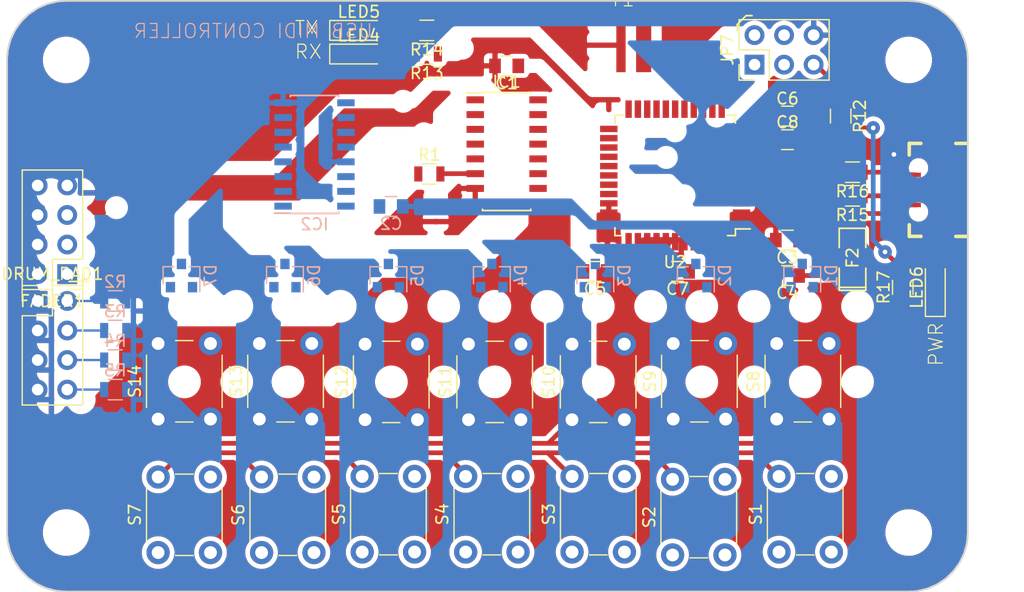
<source format=kicad_pcb>
(kicad_pcb (version 20171130) (host pcbnew "(6.0.0-rc1-dev-291-g78ab5c3f0)")
  (layers (0 Top signal) (31 Bottom signal) (34 B.Paste user) (35 F.Paste user) (36 B.SilkS user) (37 F.SilkS user) (38 B.Mask user) (39 F.Mask user) (44 Edge.Cuts user))
  (net 0 "")
  (net 1 GND)
  (net 2 VCC)
  (net 3 /D0)
  (net 4 /D1)
  (net 5 /S2)
  (net 6 /S1)
  (net 7 /S0)
  (net 8 "Net-(IC1-Pad6)")
  (net 9 /PZO4)
  (net 10 /POT1)
  (net 11 /PZO3)
  (net 12 /POT2)
  (net 13 /PZO2)
  (net 14 /PZO1)
  (net 15 /A0)
  (net 16 /POT3)
  (net 17 /POT4)
  (net 18 /CLOCK)
  (net 19 /C7)
  (net 20 /LATCH)
  (net 21 /C6)
  (net 22 /C5)
  (net 23 /DATA)
  (net 24 /C1)
  (net 25 /C4)
  (net 26 /C3)
  (net 27 /C2)
  (net 28 /RESET)
  (net 29 /MOSI)
  (net 30 /SCK)
  (net 31 /MISO)
  (net 32 /AREF)
  (net 33 /POT6)
  (net 34 /POT5)
  (net 35 /TX_LED)
  (net 36 "Net-(U2-Pad17)")
  (net 37 "Net-(U2-Pad16)")
  (net 38 /RX_LED)
  (net 39 "Net-(C8-Pad1)")
  (net 40 /D+)
  (net 41 /D-)
  (net 42 "Net-(J2-PadD-)")
  (net 43 "Net-(J2-PadD+)")
  (net 44 UVCC)
  (net 45 "Net-(S1-Pad1)")
  (net 46 "Net-(S3-Pad1)")
  (net 47 "Net-(S4-Pad1)")
  (net 48 "Net-(S5-Pad1)")
  (net 49 "Net-(S6-Pad1)")
  (net 50 "Net-(S7-Pad1)")
  (net 51 "Net-(S8-Pad2)")
  (net 52 "Net-(S9-Pad2)")
  (net 53 "Net-(S10-Pad2)")
  (net 54 "Net-(S11-Pad2)")
  (net 55 "Net-(S12-Pad2)")
  (net 56 "Net-(S13-Pad2)")
  (net 57 "Net-(S14-Pad2)")
  (net 58 "Net-(S2-Pad1)")
  (net 59 "Net-(J2-PadID)")
  (module Housings_SOIC:SOIC-16_3.9x9.9mm_Pitch1.27mm (layer Bottom) (at 133.6421 92.8116)
    (fp_text reference IC2 (at 0 6) (layer B.SilkS) (effects (justify mirror)))
    (fp_text value 74LS595D)
    (pad 16 smd rect (at 2.7 4.445) (size 1.5 0.6) (layers Bottom B.Paste B.Mask) (net 2 VCC))
    (pad 15 smd rect (at 2.7 3.175) (size 1.5 0.6) (layers Bottom B.Paste B.Mask) (net 24 /C1))
    (pad 14 smd rect (at 2.7 1.905) (size 1.5 0.6) (layers Bottom B.Paste B.Mask) (net 23 /DATA))
    (pad 13 smd rect (at 2.7 0.635) (size 1.5 0.6) (layers Bottom B.Paste B.Mask) (net 1 GND))
    (pad 12 smd rect (at 2.7 -0.635) (size 1.5 0.6) (layers Bottom B.Paste B.Mask) (net 20 /LATCH))
    (pad 11 smd rect (at 2.7 -1.905) (size 1.5 0.6) (layers Bottom B.Paste B.Mask) (net 18 /CLOCK))
    (pad 10 smd rect (at 2.7 -3.175) (size 1.5 0.6) (layers Bottom B.Paste B.Mask) (net 2 VCC))
    (pad 9 smd rect (at 2.7 -4.445) (size 1.5 0.6) (layers Bottom B.Paste B.Mask))
    (pad 8 smd rect (at -2.7 -4.445) (size 1.5 0.6) (layers Bottom B.Paste B.Mask) (net 1 GND))
    (pad 7 smd rect (at -2.7 -3.175) (size 1.5 0.6) (layers Bottom B.Paste B.Mask))
    (pad 6 smd rect (at -2.7 -1.905) (size 1.5 0.6) (layers Bottom B.Paste B.Mask) (net 19 /C7))
    (pad 5 smd rect (at -2.7 -0.635) (size 1.5 0.6) (layers Bottom B.Paste B.Mask) (net 21 /C6))
    (pad 4 smd rect (at -2.7 0.635) (size 1.5 0.6) (layers Bottom B.Paste B.Mask) (net 22 /C5))
    (pad 3 smd rect (at -2.7 1.905) (size 1.5 0.6) (layers Bottom B.Paste B.Mask) (net 25 /C4))
    (pad 2 smd rect (at -2.7 3.175) (size 1.5 0.6) (layers Bottom B.Paste B.Mask) (net 26 /C3))
    (pad 1 smd rect (at -2.7 4.445) (size 1.5 0.6) (layers Bottom B.Paste B.Mask) (net 27 /C2))
  )
  (module Housings_QFP:TQFP-44_10x10mm_Pitch0.8mm (layer Top) (at 164.6301 94.615 180)
    (fp_text reference U2 (at 0 -7.45 180) (layer F.SilkS))
    (fp_text value 32U4)
    (pad 44 smd rect (at -4 -5.7 270) (size 1.5 0.55) (layers Top F.Paste F.Mask) (net 2 VCC))
    (pad 43 smd rect (at -3.2 -5.7 270) (size 1.5 0.55) (layers Top F.Paste F.Mask) (net 1 GND))
    (pad 42 smd rect (at -2.4 -5.7 270) (size 1.5 0.55) (layers Top F.Paste F.Mask) (net 32 /AREF))
    (pad 41 smd rect (at -1.6 -5.7 270) (size 1.5 0.55) (layers Top F.Paste F.Mask))
    (pad 40 smd rect (at -0.8 -5.7 270) (size 1.5 0.55) (layers Top F.Paste F.Mask))
    (pad 39 smd rect (at 0 -5.7 270) (size 1.5 0.55) (layers Top F.Paste F.Mask))
    (pad 38 smd rect (at 0.8 -5.7 270) (size 1.5 0.55) (layers Top F.Paste F.Mask) (net 33 /POT6))
    (pad 37 smd rect (at 1.6 -5.7 270) (size 1.5 0.55) (layers Top F.Paste F.Mask) (net 34 /POT5))
    (pad 36 smd rect (at 2.4 -5.7 270) (size 1.5 0.55) (layers Top F.Paste F.Mask) (net 15 /A0))
    (pad 35 smd rect (at 3.2 -5.7 270) (size 1.5 0.55) (layers Top F.Paste F.Mask) (net 1 GND))
    (pad 34 smd rect (at 4 -5.7 270) (size 1.5 0.55) (layers Top F.Paste F.Mask) (net 2 VCC))
    (pad 33 smd rect (at 5.7 -4 180) (size 1.5 0.55) (layers Top F.Paste F.Mask) (net 1 GND))
    (pad 32 smd rect (at 5.7 -3.2 180) (size 1.5 0.55) (layers Top F.Paste F.Mask) (net 4 /D1))
    (pad 31 smd rect (at 5.7 -2.4 180) (size 1.5 0.55) (layers Top F.Paste F.Mask) (net 3 /D0))
    (pad 30 smd rect (at 5.7 -1.6 180) (size 1.5 0.55) (layers Top F.Paste F.Mask) (net 5 /S2))
    (pad 29 smd rect (at 5.7 -0.8 180) (size 1.5 0.55) (layers Top F.Paste F.Mask) (net 6 /S1))
    (pad 28 smd rect (at 5.7 0 180) (size 1.5 0.55) (layers Top F.Paste F.Mask) (net 7 /S0))
    (pad 27 smd rect (at 5.7 0.8 180) (size 1.5 0.55) (layers Top F.Paste F.Mask))
    (pad 26 smd rect (at 5.7 1.6 180) (size 1.5 0.55) (layers Top F.Paste F.Mask))
    (pad 25 smd rect (at 5.7 2.4 180) (size 1.5 0.55) (layers Top F.Paste F.Mask) (net 20 /LATCH))
    (pad 24 smd rect (at 5.7 3.2 180) (size 1.5 0.55) (layers Top F.Paste F.Mask) (net 2 VCC))
    (pad 23 smd rect (at 5.7 4 180) (size 1.5 0.55) (layers Top F.Paste F.Mask) (net 1 GND))
    (pad 22 smd rect (at 4 5.7 270) (size 1.5 0.55) (layers Top F.Paste F.Mask) (net 35 /TX_LED))
    (pad 21 smd rect (at 3.2 5.7 270) (size 1.5 0.55) (layers Top F.Paste F.Mask))
    (pad 20 smd rect (at 2.4 5.7 270) (size 1.5 0.55) (layers Top F.Paste F.Mask))
    (pad 19 smd rect (at 1.6 5.7 270) (size 1.5 0.55) (layers Top F.Paste F.Mask) (net 23 /DATA))
    (pad 18 smd rect (at 0.8 5.7 270) (size 1.5 0.55) (layers Top F.Paste F.Mask) (net 18 /CLOCK))
    (pad 17 smd rect (at 0 5.7 270) (size 1.5 0.55) (layers Top F.Paste F.Mask) (net 36 "Net-(U2-Pad17)"))
    (pad 16 smd rect (at -0.8 5.7 270) (size 1.5 0.55) (layers Top F.Paste F.Mask) (net 37 "Net-(U2-Pad16)"))
    (pad 15 smd rect (at -1.6 5.7 270) (size 1.5 0.55) (layers Top F.Paste F.Mask) (net 1 GND))
    (pad 14 smd rect (at -2.4 5.7 270) (size 1.5 0.55) (layers Top F.Paste F.Mask) (net 2 VCC))
    (pad 13 smd rect (at -3.2 5.7 270) (size 1.5 0.55) (layers Top F.Paste F.Mask) (net 28 /RESET))
    (pad 12 smd rect (at -4 5.7 270) (size 1.5 0.55) (layers Top F.Paste F.Mask))
    (pad 11 smd rect (at -5.7 4 180) (size 1.5 0.55) (layers Top F.Paste F.Mask) (net 31 /MISO))
    (pad 10 smd rect (at -5.7 3.2 180) (size 1.5 0.55) (layers Top F.Paste F.Mask) (net 29 /MOSI))
    (pad 9 smd rect (at -5.7 2.4 180) (size 1.5 0.55) (layers Top F.Paste F.Mask) (net 30 /SCK))
    (pad 8 smd rect (at -5.7 1.6 180) (size 1.5 0.55) (layers Top F.Paste F.Mask) (net 38 /RX_LED))
    (pad 7 smd rect (at -5.7 0.8 180) (size 1.5 0.55) (layers Top F.Paste F.Mask) (net 44 UVCC))
    (pad 6 smd rect (at -5.7 0 180) (size 1.5 0.55) (layers Top F.Paste F.Mask) (net 39 "Net-(C8-Pad1)"))
    (pad 5 smd rect (at -5.7 -0.8 180) (size 1.5 0.55) (layers Top F.Paste F.Mask) (net 1 GND))
    (pad 4 smd rect (at -5.7 -1.6 180) (size 1.5 0.55) (layers Top F.Paste F.Mask) (net 40 /D+))
    (pad 3 smd rect (at -5.7 -2.4 180) (size 1.5 0.55) (layers Top F.Paste F.Mask) (net 41 /D-))
    (pad 2 smd rect (at -5.7 -3.2 180) (size 1.5 0.55) (layers Top F.Paste F.Mask) (net 44 UVCC))
    (pad 1 smd rect (at -5.7 -4 180) (size 1.5 0.55) (layers Top F.Paste F.Mask))
  )
  (module "Full Controller V2:MTD" (layer Top) (at 161.925 83.185)
    (fp_text reference Y1 (at -3 -3) (layer F.SilkS) (effects (font (size 1.2065 1.2065) (thickness 0.09652)) (justify left bottom)))
    (fp_text value AWSCR hide)
    (pad IN smd rect (at -1.95 0) (size 0.8 5.1) (layers Top F.Paste F.Mask) (net 36 "Net-(U2-Pad17)"))
    (pad OUT smd rect (at 1.95 0) (size 0.8 5.1) (layers Top F.Paste F.Mask) (net 37 "Net-(U2-Pad16)"))
    (pad GND smd rect (at 0 0) (size 1.3 5.1) (layers Top F.Paste F.Mask) (net 1 GND))
  )
  (module "Full Controller V2:USB-B-MICRO-SMD" (layer Top) (at 187.7441 95.8596 180)
    (fp_text reference J2 hide)
    (fp_text value "USB MINI B")
    (pad D+ smd rect (at 2.725 0 270) (size 0.4 1.45) (layers Top F.Paste F.Mask) (net 43 "Net-(J2-PadD+)"))
    (pad D- smd rect (at 2.725 -0.65 270) (size 0.4 1.45) (layers Top F.Paste F.Mask) (net 42 "Net-(J2-PadD-)"))
    (pad VBUS smd rect (at 2.725 -1.3 270) (size 0.4 1.45) (layers Top F.Paste F.Mask) (net 44 UVCC))
    (pad ID smd rect (at 2.725 0.65 270) (size 0.4 1.45) (layers Top F.Paste F.Mask) (net 59 "Net-(J2-PadID)"))
    (pad GND smd rect (at 2.725 1.3 270) (size 0.4 1.45) (layers Top F.Paste F.Mask) (net 1 GND))
    (pad SHIELD1 smd rect (at 0 -3.685 270) (size 1.8 1.5) (layers Top F.Mask) (net 1 GND))
    (pad SHIELD3 smd rect (at 0 0 270) (size 2.5 1.5) (layers Top F.Mask) (net 1 GND))
    (pad SHIELD2 smd rect (at 0 3.685 270) (size 1.8 1.5) (layers Top F.Mask) (net 1 GND))
    (pad "" np_thru_hole circle (at 2.2 -1.9 180) (size 0.85 0.85) (drill 0.85) (layers *.Cu))
    (pad "" np_thru_hole circle (at 2.2 1.9 180) (size 0.85 0.85) (drill 0.85) (layers *.Cu))
  )
  (module Buttons_Switches_THT:SW_PUSH_6mm (layer Top) (at 173.554 127 90)
    (fp_text reference S1 (at 3.25 -2 90) (layer F.SilkS))
    (fp_text value 10-XX)
    (pad 1 thru_hole circle (at 6.5 0 180) (size 2 2) (drill 1.1) (layers *.Cu *.Mask) (net 45 "Net-(S1-Pad1)"))
    (pad 2 thru_hole circle (at 6.5 4.5 180) (size 2 2) (drill 1.1) (layers *.Cu *.Mask) (net 3 /D0))
    (pad 1 thru_hole circle (at 0 0 180) (size 2 2) (drill 1.1) (layers *.Cu *.Mask) (net 45 "Net-(S1-Pad1)"))
    (pad 2 thru_hole circle (at 0 4.5 180) (size 2 2) (drill 1.1) (layers *.Cu *.Mask) (net 3 /D0))
  )
  (module Capacitors_SMD:C_0805 (layer Top) (at 157.75 102.87 180)
    (fp_text reference C5 (at 0 -1.5 180) (layer F.SilkS))
    (fp_text value 0.1uF)
    (pad 1 smd rect (at -1 0 180) (size 1 1.25) (layers Top F.Paste F.Mask) (net 2 VCC))
    (pad 2 smd rect (at 1 0 180) (size 1 1.25) (layers Top F.Paste F.Mask) (net 1 GND))
  )
  (module Capacitors_SMD:C_0805 (layer Top) (at 174.2821 103.2256 180)
    (fp_text reference C4 (at 0 -1.5 180) (layer F.SilkS))
    (fp_text value 1uF)
    (pad 2 smd rect (at 1 0 180) (size 1 1.25) (layers Top F.Paste F.Mask) (net 1 GND))
    (pad 1 smd rect (at -1 0 180) (size 1 1.25) (layers Top F.Paste F.Mask) (net 2 VCC))
  )
  (module Capacitors_SMD:C_0805 (layer Top) (at 174.2821 89.5096)
    (fp_text reference C6 (at 0 -1.5) (layer F.SilkS))
    (fp_text value 1uF)
    (pad 1 smd rect (at -1 0) (size 1 1.25) (layers Top F.Paste F.Mask) (net 44 UVCC))
    (pad 2 smd rect (at 1 0) (size 1 1.25) (layers Top F.Paste F.Mask) (net 1 GND))
  )
  (module Capacitors_SMD:C_0805 (layer Top) (at 164.83 102.87 180)
    (fp_text reference C7 (at 0 -1.5 180) (layer F.SilkS))
    (fp_text value 0.1uF)
    (pad 2 smd rect (at 1 0 180) (size 1 1.25) (layers Top F.Paste F.Mask) (net 1 GND))
    (pad 1 smd rect (at -1 0 180) (size 1 1.25) (layers Top F.Paste F.Mask) (net 32 /AREF))
  )
  (module Capacitors_SMD:C_0805 (layer Bottom) (at 140.224 97.282)
    (fp_text reference C2 (at 0 1.5) (layer B.SilkS) (effects (justify mirror)))
    (fp_text value 0.1uF)
    (pad 1 smd rect (at -1 0) (size 1 1.25) (layers Bottom B.Paste B.Mask) (net 2 VCC))
    (pad 2 smd rect (at 1 0) (size 1 1.25) (layers Bottom B.Paste B.Mask) (net 1 GND))
  )
  (module Capacitors_SMD:C_0805 (layer Top) (at 150.1521 85.1916 180)
    (fp_text reference C1 (at 0 -1.5 180) (layer F.SilkS))
    (fp_text value 0.1uF)
    (pad 2 smd rect (at 1 0 180) (size 1 1.25) (layers Top F.Paste F.Mask) (net 1 GND))
    (pad 1 smd rect (at -1 0 180) (size 1 1.25) (layers Top F.Paste F.Mask) (net 2 VCC))
  )
  (module Capacitors_SMD:C_0805 (layer Top) (at 174.2821 91.5416)
    (fp_text reference C8 (at 0 -1.5) (layer F.SilkS))
    (fp_text value 1uF)
    (pad 1 smd rect (at -1 0) (size 1 1.25) (layers Top F.Paste F.Mask) (net 39 "Net-(C8-Pad1)"))
    (pad 2 smd rect (at 1 0) (size 1 1.25) (layers Top F.Paste F.Mask) (net 1 GND))
  )
  (module Capacitors_SMD:C_0805 (layer Top) (at 174.2821 100.1776 180)
    (fp_text reference C3 (at 0 -1.5 180) (layer F.SilkS))
    (fp_text value 1uF)
    (pad 2 smd rect (at 1 0 180) (size 1 1.25) (layers Top F.Paste F.Mask) (net 1 GND))
    (pad 1 smd rect (at -1 0 180) (size 1 1.25) (layers Top F.Paste F.Mask) (net 44 UVCC))
  )
  (module Buttons_Switches_THT:SW_PUSH_6mm (layer Top) (at 164.41 127.254 90)
    (fp_text reference S2 (at 3.25 -2 90) (layer F.SilkS))
    (fp_text value 10-XX)
    (pad 1 thru_hole circle (at 6.5 0 180) (size 2 2) (drill 1.1) (layers *.Cu *.Mask) (net 58 "Net-(S2-Pad1)"))
    (pad 2 thru_hole circle (at 6.5 4.5 180) (size 2 2) (drill 1.1) (layers *.Cu *.Mask) (net 3 /D0))
    (pad 1 thru_hole circle (at 0 0 180) (size 2 2) (drill 1.1) (layers *.Cu *.Mask) (net 58 "Net-(S2-Pad1)"))
    (pad 2 thru_hole circle (at 0 4.5 180) (size 2 2) (drill 1.1) (layers *.Cu *.Mask) (net 3 /D0))
  )
  (module Buttons_Switches_THT:SW_PUSH_6mm (layer Top) (at 120.2055 115.57 90)
    (fp_text reference S14 (at 3.25 -2 90) (layer F.SilkS))
    (fp_text value 10-XX)
    (pad 2 thru_hole circle (at 0 4.5 180) (size 2 2) (drill 1.1) (layers *.Cu *.Mask) (net 57 "Net-(S14-Pad2)"))
    (pad 1 thru_hole circle (at 0 0 180) (size 2 2) (drill 1.1) (layers *.Cu *.Mask) (net 4 /D1))
    (pad 2 thru_hole circle (at 6.5 4.5 180) (size 2 2) (drill 1.1) (layers *.Cu *.Mask) (net 57 "Net-(S14-Pad2)"))
    (pad 1 thru_hole circle (at 6.5 0 180) (size 2 2) (drill 1.1) (layers *.Cu *.Mask) (net 4 /D1))
  )
  (module Buttons_Switches_THT:SW_PUSH_6mm (layer Top) (at 128.905 115.57 90)
    (fp_text reference S13 (at 3.25 -2 90) (layer F.SilkS))
    (fp_text value 10-XX)
    (pad 1 thru_hole circle (at 6.5 0 180) (size 2 2) (drill 1.1) (layers *.Cu *.Mask) (net 4 /D1))
    (pad 2 thru_hole circle (at 6.5 4.5 180) (size 2 2) (drill 1.1) (layers *.Cu *.Mask) (net 56 "Net-(S13-Pad2)"))
    (pad 1 thru_hole circle (at 0 0 180) (size 2 2) (drill 1.1) (layers *.Cu *.Mask) (net 4 /D1))
    (pad 2 thru_hole circle (at 0 4.5 180) (size 2 2) (drill 1.1) (layers *.Cu *.Mask) (net 56 "Net-(S13-Pad2)"))
  )
  (module Buttons_Switches_THT:SW_PUSH_6mm (layer Top) (at 137.9855 115.6208 90)
    (fp_text reference S12 (at 3.25 -2 90) (layer F.SilkS))
    (fp_text value 10-XX)
    (pad 2 thru_hole circle (at 0 4.5 180) (size 2 2) (drill 1.1) (layers *.Cu *.Mask) (net 55 "Net-(S12-Pad2)"))
    (pad 1 thru_hole circle (at 0 0 180) (size 2 2) (drill 1.1) (layers *.Cu *.Mask) (net 4 /D1))
    (pad 2 thru_hole circle (at 6.5 4.5 180) (size 2 2) (drill 1.1) (layers *.Cu *.Mask) (net 55 "Net-(S12-Pad2)"))
    (pad 1 thru_hole circle (at 6.5 0 180) (size 2 2) (drill 1.1) (layers *.Cu *.Mask) (net 4 /D1))
  )
  (module Buttons_Switches_THT:SW_PUSH_6mm (layer Top) (at 146.8755 115.6208 90)
    (fp_text reference S11 (at 3.25 -2 90) (layer F.SilkS))
    (fp_text value 10-XX)
    (pad 1 thru_hole circle (at 6.5 0 180) (size 2 2) (drill 1.1) (layers *.Cu *.Mask) (net 4 /D1))
    (pad 2 thru_hole circle (at 6.5 4.5 180) (size 2 2) (drill 1.1) (layers *.Cu *.Mask) (net 54 "Net-(S11-Pad2)"))
    (pad 1 thru_hole circle (at 0 0 180) (size 2 2) (drill 1.1) (layers *.Cu *.Mask) (net 4 /D1))
    (pad 2 thru_hole circle (at 0 4.5 180) (size 2 2) (drill 1.1) (layers *.Cu *.Mask) (net 54 "Net-(S11-Pad2)"))
  )
  (module Buttons_Switches_THT:SW_PUSH_6mm (layer Top) (at 155.7655 115.6208 90)
    (fp_text reference S10 (at 3.25 -2 90) (layer F.SilkS))
    (fp_text value 10-XX)
    (pad 2 thru_hole circle (at 0 4.5 180) (size 2 2) (drill 1.1) (layers *.Cu *.Mask) (net 53 "Net-(S10-Pad2)"))
    (pad 1 thru_hole circle (at 0 0 180) (size 2 2) (drill 1.1) (layers *.Cu *.Mask) (net 4 /D1))
    (pad 2 thru_hole circle (at 6.5 4.5 180) (size 2 2) (drill 1.1) (layers *.Cu *.Mask) (net 53 "Net-(S10-Pad2)"))
    (pad 1 thru_hole circle (at 6.5 0 180) (size 2 2) (drill 1.1) (layers *.Cu *.Mask) (net 4 /D1))
  )
  (module Buttons_Switches_THT:SW_PUSH_6mm (layer Top) (at 164.465 115.57 90)
    (fp_text reference S9 (at 3.25 -2 90) (layer F.SilkS))
    (fp_text value 10-XX)
    (pad 1 thru_hole circle (at 6.5 0 180) (size 2 2) (drill 1.1) (layers *.Cu *.Mask) (net 4 /D1))
    (pad 2 thru_hole circle (at 6.5 4.5 180) (size 2 2) (drill 1.1) (layers *.Cu *.Mask) (net 52 "Net-(S9-Pad2)"))
    (pad 1 thru_hole circle (at 0 0 180) (size 2 2) (drill 1.1) (layers *.Cu *.Mask) (net 4 /D1))
    (pad 2 thru_hole circle (at 0 4.5 180) (size 2 2) (drill 1.1) (layers *.Cu *.Mask) (net 52 "Net-(S9-Pad2)"))
  )
  (module Buttons_Switches_THT:SW_PUSH_6mm (layer Top) (at 173.355 115.57 90)
    (fp_text reference S8 (at 3.25 -2 90) (layer F.SilkS))
    (fp_text value 10-XX)
    (pad 2 thru_hole circle (at 0 4.5 180) (size 2 2) (drill 1.1) (layers *.Cu *.Mask) (net 51 "Net-(S8-Pad2)"))
    (pad 1 thru_hole circle (at 0 0 180) (size 2 2) (drill 1.1) (layers *.Cu *.Mask) (net 4 /D1))
    (pad 2 thru_hole circle (at 6.5 4.5 180) (size 2 2) (drill 1.1) (layers *.Cu *.Mask) (net 51 "Net-(S8-Pad2)"))
    (pad 1 thru_hole circle (at 6.5 0 180) (size 2 2) (drill 1.1) (layers *.Cu *.Mask) (net 4 /D1))
  )
  (module Buttons_Switches_THT:SW_PUSH_6mm (layer Top) (at 120.2055 127.0484 90)
    (fp_text reference S7 (at 3.25 -2 90) (layer F.SilkS))
    (fp_text value 10-XX)
    (pad 1 thru_hole circle (at 6.5 0 180) (size 2 2) (drill 1.1) (layers *.Cu *.Mask) (net 50 "Net-(S7-Pad1)"))
    (pad 2 thru_hole circle (at 6.5 4.5 180) (size 2 2) (drill 1.1) (layers *.Cu *.Mask) (net 3 /D0))
    (pad 1 thru_hole circle (at 0 0 180) (size 2 2) (drill 1.1) (layers *.Cu *.Mask) (net 50 "Net-(S7-Pad1)"))
    (pad 2 thru_hole circle (at 0 4.5 180) (size 2 2) (drill 1.1) (layers *.Cu *.Mask) (net 3 /D0))
  )
  (module Buttons_Switches_THT:SW_PUSH_6mm (layer Top) (at 129.0955 127.0484 90)
    (fp_text reference S6 (at 3.25 -2 90) (layer F.SilkS))
    (fp_text value 10-XX)
    (pad 2 thru_hole circle (at 0 4.5 180) (size 2 2) (drill 1.1) (layers *.Cu *.Mask) (net 3 /D0))
    (pad 1 thru_hole circle (at 0 0 180) (size 2 2) (drill 1.1) (layers *.Cu *.Mask) (net 49 "Net-(S6-Pad1)"))
    (pad 2 thru_hole circle (at 6.5 4.5 180) (size 2 2) (drill 1.1) (layers *.Cu *.Mask) (net 3 /D0))
    (pad 1 thru_hole circle (at 6.5 0 180) (size 2 2) (drill 1.1) (layers *.Cu *.Mask) (net 49 "Net-(S6-Pad1)"))
  )
  (module Buttons_Switches_THT:SW_PUSH_6mm (layer Top) (at 137.74 127 90)
    (fp_text reference S5 (at 3.25 -2 90) (layer F.SilkS))
    (fp_text value 10-XX)
    (pad 1 thru_hole circle (at 6.5 0 180) (size 2 2) (drill 1.1) (layers *.Cu *.Mask) (net 48 "Net-(S5-Pad1)"))
    (pad 2 thru_hole circle (at 6.5 4.5 180) (size 2 2) (drill 1.1) (layers *.Cu *.Mask) (net 3 /D0))
    (pad 1 thru_hole circle (at 0 0 180) (size 2 2) (drill 1.1) (layers *.Cu *.Mask) (net 48 "Net-(S5-Pad1)"))
    (pad 2 thru_hole circle (at 0 4.5 180) (size 2 2) (drill 1.1) (layers *.Cu *.Mask) (net 3 /D0))
  )
  (module Buttons_Switches_THT:SW_PUSH_6mm (layer Top) (at 146.63 127 90)
    (fp_text reference S4 (at 3.25 -2 90) (layer F.SilkS))
    (fp_text value 10-XX)
    (pad 2 thru_hole circle (at 0 4.5 180) (size 2 2) (drill 1.1) (layers *.Cu *.Mask) (net 3 /D0))
    (pad 1 thru_hole circle (at 0 0 180) (size 2 2) (drill 1.1) (layers *.Cu *.Mask) (net 47 "Net-(S4-Pad1)"))
    (pad 2 thru_hole circle (at 6.5 4.5 180) (size 2 2) (drill 1.1) (layers *.Cu *.Mask) (net 3 /D0))
    (pad 1 thru_hole circle (at 6.5 0 180) (size 2 2) (drill 1.1) (layers *.Cu *.Mask) (net 47 "Net-(S4-Pad1)"))
  )
  (module Buttons_Switches_THT:SW_PUSH_6mm (layer Top) (at 155.774 127 90)
    (fp_text reference S3 (at 3.25 -2 90) (layer F.SilkS))
    (fp_text value 10-XX)
    (pad 1 thru_hole circle (at 6.5 0 180) (size 2 2) (drill 1.1) (layers *.Cu *.Mask) (net 46 "Net-(S3-Pad1)"))
    (pad 2 thru_hole circle (at 6.5 4.5 180) (size 2 2) (drill 1.1) (layers *.Cu *.Mask) (net 3 /D0))
    (pad 1 thru_hole circle (at 0 0 180) (size 2 2) (drill 1.1) (layers *.Cu *.Mask) (net 46 "Net-(S3-Pad1)"))
    (pad 2 thru_hole circle (at 0 4.5 180) (size 2 2) (drill 1.1) (layers *.Cu *.Mask) (net 3 /D0))
  )
  (module Housings_SOIC:SOIC-16_3.9x9.9mm_Pitch1.27mm (layer Top) (at 150.1521 92.5576)
    (fp_text reference IC1 (at 0 -6) (layer F.SilkS))
    (fp_text value 4051D)
    (pad 1 smd rect (at -2.7 -4.445) (size 1.5 0.6) (layers Top F.Paste F.Mask) (net 17 /POT4))
    (pad 2 smd rect (at -2.7 -3.175) (size 1.5 0.6) (layers Top F.Paste F.Mask) (net 16 /POT3))
    (pad 3 smd rect (at -2.7 -1.905) (size 1.5 0.6) (layers Top F.Paste F.Mask) (net 15 /A0))
    (pad 4 smd rect (at -2.7 -0.635) (size 1.5 0.6) (layers Top F.Paste F.Mask) (net 12 /POT2))
    (pad 5 smd rect (at -2.7 0.635) (size 1.5 0.6) (layers Top F.Paste F.Mask) (net 10 /POT1))
    (pad 6 smd rect (at -2.7 1.905) (size 1.5 0.6) (layers Top F.Paste F.Mask) (net 8 "Net-(IC1-Pad6)"))
    (pad 7 smd rect (at -2.7 3.175) (size 1.5 0.6) (layers Top F.Paste F.Mask) (net 1 GND))
    (pad 8 smd rect (at -2.7 4.445) (size 1.5 0.6) (layers Top F.Paste F.Mask) (net 1 GND))
    (pad 9 smd rect (at 2.7 4.445) (size 1.5 0.6) (layers Top F.Paste F.Mask) (net 5 /S2))
    (pad 10 smd rect (at 2.7 3.175) (size 1.5 0.6) (layers Top F.Paste F.Mask) (net 6 /S1))
    (pad 11 smd rect (at 2.7 1.905) (size 1.5 0.6) (layers Top F.Paste F.Mask) (net 7 /S0))
    (pad 12 smd rect (at 2.7 0.635) (size 1.5 0.6) (layers Top F.Paste F.Mask) (net 9 /PZO4))
    (pad 13 smd rect (at 2.7 -0.635) (size 1.5 0.6) (layers Top F.Paste F.Mask) (net 11 /PZO3))
    (pad 14 smd rect (at 2.7 -1.905) (size 1.5 0.6) (layers Top F.Paste F.Mask) (net 13 /PZO2))
    (pad 15 smd rect (at 2.7 -3.175) (size 1.5 0.6) (layers Top F.Paste F.Mask) (net 14 /PZO1))
    (pad 16 smd rect (at 2.7 -4.445) (size 1.5 0.6) (layers Top F.Paste F.Mask) (net 2 VCC))
  )
  (module LEDs:LED_1206 (layer Top) (at 137.4521 84.1756)
    (fp_text reference LED4 (at 0 -1.6) (layer F.SilkS))
    (fp_text value RX)
    (pad 1 smd rect (at -1.65 0 180) (size 1.5 1.5) (layers Top F.Paste F.Mask))
    (pad 2 smd rect (at 1.65 0 180) (size 1.5 1.5) (layers Top F.Paste F.Mask))
  )
  (module LEDs:LED_1206 (layer Top) (at 186.9821 104.2416 90)
    (fp_text reference LED6 (at 0 -1.6 90) (layer F.SilkS))
    (fp_text value POWER)
    (pad 2 smd rect (at 1.65 0 270) (size 1.5 1.5) (layers Top F.Paste F.Mask))
    (pad 1 smd rect (at -1.65 0 270) (size 1.5 1.5) (layers Top F.Paste F.Mask))
  )
  (module LEDs:LED_1206 (layer Top) (at 137.4521 82.1436)
    (fp_text reference LED5 (at 0 -1.6) (layer F.SilkS))
    (fp_text value TX)
    (pad 1 smd rect (at -1.65 0 180) (size 1.5 1.5) (layers Top F.Paste F.Mask))
    (pad 2 smd rect (at 1.65 0 180) (size 1.5 1.5) (layers Top F.Paste F.Mask))
  )
  (module Pin_Headers:Pin_Header_Straight_2x03_Pitch2.54mm (layer Top) (at 171.45 85.09 90)
    (fp_text reference JP7 (at 1.27 -2.33 90) (layer F.SilkS))
    (fp_text value "ICSP HEADER")
    (pad 6 thru_hole oval (at 2.54 5.08 90) (size 1.7 1.7) (drill 1) (layers *.Cu *.Mask) (net 1 GND))
    (pad 5 thru_hole oval (at 0 5.08 90) (size 1.7 1.7) (drill 1) (layers *.Cu *.Mask) (net 28 /RESET))
    (pad 4 thru_hole oval (at 2.54 2.54 90) (size 1.7 1.7) (drill 1) (layers *.Cu *.Mask) (net 29 /MOSI))
    (pad 3 thru_hole oval (at 0 2.54 90) (size 1.7 1.7) (drill 1) (layers *.Cu *.Mask) (net 30 /SCK))
    (pad 2 thru_hole oval (at 2.54 0 90) (size 1.7 1.7) (drill 1) (layers *.Cu *.Mask) (net 2 VCC))
    (pad 1 thru_hole rect (at 0 0 90) (size 1.7 1.7) (drill 1) (layers *.Cu *.Mask) (net 31 /MISO))
  )
  (module Pin_Headers:Pin_Header_Straight_2x04_Pitch2.54mm (layer Top) (at 109.855 105.41)
    (fp_text reference DRUM_PAD1 (at 1.27 -2.33) (layer F.SilkS))
    (fp_text value PINHD-2X4)
    (pad 1 thru_hole rect (at 0 0) (size 1.7 1.7) (drill 1) (layers *.Cu *.Mask) (net 1 GND))
    (pad 2 thru_hole oval (at 2.54 0) (size 1.7 1.7) (drill 1) (layers *.Cu *.Mask) (net 14 /PZO1))
    (pad 3 thru_hole oval (at 0 2.54) (size 1.7 1.7) (drill 1) (layers *.Cu *.Mask) (net 1 GND))
    (pad 4 thru_hole oval (at 2.54 2.54) (size 1.7 1.7) (drill 1) (layers *.Cu *.Mask) (net 13 /PZO2))
    (pad 5 thru_hole oval (at 0 5.08) (size 1.7 1.7) (drill 1) (layers *.Cu *.Mask) (net 1 GND))
    (pad 6 thru_hole oval (at 2.54 5.08) (size 1.7 1.7) (drill 1) (layers *.Cu *.Mask) (net 11 /PZO3))
    (pad 7 thru_hole oval (at 0 7.62) (size 1.7 1.7) (drill 1) (layers *.Cu *.Mask) (net 1 GND))
    (pad 8 thru_hole oval (at 2.54 7.62) (size 1.7 1.7) (drill 1) (layers *.Cu *.Mask) (net 9 /PZO4))
  )
  (module Pin_Headers:Pin_Header_Straight_2x04_Pitch2.54mm (layer Top) (at 112.395 103.0986 180)
    (fp_text reference FADER1 (at 1.27 -2.33 180) (layer F.SilkS))
    (fp_text value PINHD-2X4)
    (pad 8 thru_hole oval (at 2.54 7.62 180) (size 1.7 1.7) (drill 1) (layers *.Cu *.Mask) (net 2 VCC))
    (pad 7 thru_hole oval (at 0 7.62 180) (size 1.7 1.7) (drill 1) (layers *.Cu *.Mask) (net 1 GND))
    (pad 6 thru_hole oval (at 2.54 5.08 180) (size 1.7 1.7) (drill 1) (layers *.Cu *.Mask) (net 33 /POT6))
    (pad 5 thru_hole oval (at 0 5.08 180) (size 1.7 1.7) (drill 1) (layers *.Cu *.Mask) (net 34 /POT5))
    (pad 4 thru_hole oval (at 2.54 2.54 180) (size 1.7 1.7) (drill 1) (layers *.Cu *.Mask) (net 17 /POT4))
    (pad 3 thru_hole oval (at 0 2.54 180) (size 1.7 1.7) (drill 1) (layers *.Cu *.Mask) (net 16 /POT3))
    (pad 2 thru_hole oval (at 2.54 0 180) (size 1.7 1.7) (drill 1) (layers *.Cu *.Mask) (net 12 /POT2))
    (pad 1 thru_hole rect (at 0 0 180) (size 1.7 1.7) (drill 1) (layers *.Cu *.Mask) (net 10 /POT1))
  )
  (module Resistors_SMD:R_0805 (layer Top) (at 179.8701 96.3676 180)
    (fp_text reference R15 (at 0 -1.65 180) (layer F.SilkS))
    (fp_text value 22)
    (pad 2 smd rect (at 0.95 0 180) (size 0.7 1.3) (layers Top F.Paste F.Mask) (net 41 /D-))
    (pad 1 smd rect (at -0.95 0 180) (size 0.7 1.3) (layers Top F.Paste F.Mask))
  )
  (module Resistors_SMD:R_0805 (layer Top) (at 143.2941 82.1436 180)
    (fp_text reference R14 (at 0 -1.65 180) (layer F.SilkS))
    (fp_text value 1K)
    (pad 1 smd rect (at -0.95 0 180) (size 0.7 1.3) (layers Top F.Paste F.Mask) (net 35 /TX_LED))
    (pad 2 smd rect (at 0.95 0 180) (size 0.7 1.3) (layers Top F.Paste F.Mask))
  )
  (module Resistors_SMD:R_0805 (layer Top) (at 184.1881 104.2416 90)
    (fp_text reference R17 (at 0 -1.65 90) (layer F.SilkS))
    (fp_text value 1K)
    (pad 2 smd rect (at 0.95 0 90) (size 0.7 1.3) (layers Top F.Paste F.Mask) (net 2 VCC))
    (pad 1 smd rect (at -0.95 0 90) (size 0.7 1.3) (layers Top F.Paste F.Mask))
  )
  (module Resistors_SMD:R_0805 (layer Top) (at 178.8541 89.5096 270)
    (fp_text reference R12 (at 0 -1.65 270) (layer F.SilkS))
    (fp_text value 10K)
    (pad 1 smd rect (at -0.95 0 270) (size 0.7 1.3) (layers Top F.Paste F.Mask) (net 28 /RESET))
    (pad 2 smd rect (at 0.95 0 270) (size 0.7 1.3) (layers Top F.Paste F.Mask) (net 2 VCC))
  )
  (module Resistors_SMD:R_0805 (layer Top) (at 179.8701 94.3356 180)
    (fp_text reference R16 (at 0 -1.65 180) (layer F.SilkS))
    (fp_text value 22)
    (pad 2 smd rect (at 0.95 0 180) (size 0.7 1.3) (layers Top F.Paste F.Mask) (net 40 /D+))
    (pad 1 smd rect (at -0.95 0 180) (size 0.7 1.3) (layers Top F.Paste F.Mask))
  )
  (module Resistors_SMD:R_0805 (layer Top) (at 143.2941 84.1756 180)
    (fp_text reference R13 (at 0 -1.65 180) (layer F.SilkS))
    (fp_text value 1K)
    (pad 1 smd rect (at -0.95 0 180) (size 0.7 1.3) (layers Top F.Paste F.Mask) (net 38 /RX_LED))
    (pad 2 smd rect (at 0.95 0 180) (size 0.7 1.3) (layers Top F.Paste F.Mask))
  )
  (module Resistors_SMD:R_0805 (layer Bottom) (at 116.52 113.03 180)
    (fp_text reference R5 (at 0 1.65 180) (layer B.SilkS) (effects (justify mirror)))
    (fp_text value 1M)
    (pad 2 smd rect (at 0.95 0 180) (size 0.7 1.3) (layers Bottom B.Paste B.Mask) (net 9 /PZO4))
    (pad 1 smd rect (at -0.95 0 180) (size 0.7 1.3) (layers Bottom B.Paste B.Mask) (net 1 GND))
  )
  (module Resistors_SMD:R_0805 (layer Bottom) (at 116.52 105.41 180)
    (fp_text reference R2 (at 0 1.65 180) (layer B.SilkS) (effects (justify mirror)))
    (fp_text value 1M)
    (pad 1 smd rect (at -0.95 0 180) (size 0.7 1.3) (layers Bottom B.Paste B.Mask) (net 1 GND))
    (pad 2 smd rect (at 0.95 0 180) (size 0.7 1.3) (layers Bottom B.Paste B.Mask) (net 14 /PZO1))
  )
  (module Resistors_SMD:R_0805 (layer Bottom) (at 116.52 107.95 180)
    (fp_text reference R3 (at 0 1.65 180) (layer B.SilkS) (effects (justify mirror)))
    (fp_text value 1M)
    (pad 2 smd rect (at 0.95 0 180) (size 0.7 1.3) (layers Bottom B.Paste B.Mask) (net 13 /PZO2))
    (pad 1 smd rect (at -0.95 0 180) (size 0.7 1.3) (layers Bottom B.Paste B.Mask) (net 1 GND))
  )
  (module Resistors_SMD:R_0805 (layer Bottom) (at 116.52 110.49 180)
    (fp_text reference R4 (at 0 1.65 180) (layer B.SilkS) (effects (justify mirror)))
    (fp_text value 1M)
    (pad 1 smd rect (at -0.95 0 180) (size 0.7 1.3) (layers Bottom B.Paste B.Mask) (net 1 GND))
    (pad 2 smd rect (at 0.95 0 180) (size 0.7 1.3) (layers Bottom B.Paste B.Mask) (net 11 /PZO3))
  )
  (module Resistors_SMD:R_0805 (layer Top) (at 143.51 94.488)
    (fp_text reference R1 (at 0 -1.65) (layer F.SilkS))
    (fp_text value 10K)
    (pad 2 smd rect (at 0.95 0) (size 0.7 1.3) (layers Top F.Paste F.Mask) (net 8 "Net-(IC1-Pad6)"))
    (pad 1 smd rect (at -0.95 0) (size 0.7 1.3) (layers Top F.Paste F.Mask) (net 1 GND))
  )
  (module SMD_Packages:SMD-1206_Pol (layer Top) (at 179.8701 101.7016 90)
    (fp_text reference F2 (at 0 0 90) (layer F.SilkS))
    (fp_text value 500ma)
    (pad 2 smd rect (at 1.651 0 90) (size 1.524 2.032) (layers Top F.Paste F.Mask) (net 44 UVCC))
    (pad 1 smd rect (at -1.651 0 90) (size 1.524 2.032) (layers Top F.Paste F.Mask) (net 2 VCC))
  )
  (module TO_SOT_Packages_SMD:SOT-23 (layer Bottom) (at 166.4081 103.2256 90)
    (fp_text reference D2 (at 0 2.5 90) (layer B.SilkS) (effects (justify mirror)))
    (fp_text value BAS40-06)
    (pad 3 smd rect (at 1 0 90) (size 0.9 0.8) (layers Bottom B.Paste B.Mask) (net 27 /C2))
    (pad 2 smd rect (at -1 -0.95 90) (size 0.9 0.8) (layers Bottom B.Paste B.Mask))
    (pad 1 smd rect (at -1 0.95 90) (size 0.9 0.8) (layers Bottom B.Paste B.Mask))
  )
  (module TO_SOT_Packages_SMD:SOT-23 (layer Bottom) (at 139.9921 103.2256 90)
    (fp_text reference D5 (at 0 2.5 90) (layer B.SilkS) (effects (justify mirror)))
    (fp_text value BAS40-06)
    (pad 1 smd rect (at -1 0.95 90) (size 0.9 0.8) (layers Bottom B.Paste B.Mask))
    (pad 2 smd rect (at -1 -0.95 90) (size 0.9 0.8) (layers Bottom B.Paste B.Mask))
    (pad 3 smd rect (at 1 0 90) (size 0.9 0.8) (layers Bottom B.Paste B.Mask) (net 22 /C5))
  )
  (module TO_SOT_Packages_SMD:SOT-23 (layer Bottom) (at 148.8821 103.2256 90)
    (fp_text reference D4 (at 0 2.5 90) (layer B.SilkS) (effects (justify mirror)))
    (fp_text value BAS40-06)
    (pad 3 smd rect (at 1 0 90) (size 0.9 0.8) (layers Bottom B.Paste B.Mask) (net 25 /C4))
    (pad 2 smd rect (at -1 -0.95 90) (size 0.9 0.8) (layers Bottom B.Paste B.Mask))
    (pad 1 smd rect (at -1 0.95 90) (size 0.9 0.8) (layers Bottom B.Paste B.Mask))
  )
  (module TO_SOT_Packages_SMD:SOT-23 (layer Bottom) (at 175.5521 103.2256 90)
    (fp_text reference D1 (at 0 2.5 90) (layer B.SilkS) (effects (justify mirror)))
    (fp_text value BAS40-06)
    (pad 1 smd rect (at -1 0.95 90) (size 0.9 0.8) (layers Bottom B.Paste B.Mask))
    (pad 2 smd rect (at -1 -0.95 90) (size 0.9 0.8) (layers Bottom B.Paste B.Mask))
    (pad 3 smd rect (at 1 0 90) (size 0.9 0.8) (layers Bottom B.Paste B.Mask) (net 24 /C1))
  )
  (module TO_SOT_Packages_SMD:SOT-23 (layer Bottom) (at 157.7721 103.2256 90)
    (fp_text reference D3 (at 0 2.5 90) (layer B.SilkS) (effects (justify mirror)))
    (fp_text value BAS40-06)
    (pad 3 smd rect (at 1 0 90) (size 0.9 0.8) (layers Bottom B.Paste B.Mask) (net 26 /C3))
    (pad 2 smd rect (at -1 -0.95 90) (size 0.9 0.8) (layers Bottom B.Paste B.Mask))
    (pad 1 smd rect (at -1 0.95 90) (size 0.9 0.8) (layers Bottom B.Paste B.Mask))
  )
  (module TO_SOT_Packages_SMD:SOT-23 (layer Bottom) (at 131.1021 103.2256 90)
    (fp_text reference D6 (at 0 2.5 90) (layer B.SilkS) (effects (justify mirror)))
    (fp_text value BAS40-06)
    (pad 1 smd rect (at -1 0.95 90) (size 0.9 0.8) (layers Bottom B.Paste B.Mask))
    (pad 2 smd rect (at -1 -0.95 90) (size 0.9 0.8) (layers Bottom B.Paste B.Mask))
    (pad 3 smd rect (at 1 0 90) (size 0.9 0.8) (layers Bottom B.Paste B.Mask) (net 21 /C6))
  )
  (module TO_SOT_Packages_SMD:SOT-23 (layer Bottom) (at 122.2121 103.2256 90)
    (fp_text reference D7 (at 0 2.5 90) (layer B.SilkS) (effects (justify mirror)))
    (fp_text value BAS40-06)
    (pad 3 smd rect (at 1 0 90) (size 0.9 0.8) (layers Bottom B.Paste B.Mask) (net 19 /C7))
    (pad 2 smd rect (at -1 -0.95 90) (size 0.9 0.8) (layers Bottom B.Paste B.Mask))
    (pad 1 smd rect (at -1 0.95 90) (size 0.9 0.8) (layers Bottom B.Paste B.Mask))
  )
  (module Mounting_Holes:MountingHole_3.2mm_M3 (layer Top) (at 112.3061 84.6836)
    (fp_text reference H2 hide)
    (fp_text value MOUNT-HOLE3.2 hide)
    (pad 1 np_thru_hole circle (at 0 0) (size 3.2 3.2) (drill 3.2) (layers *.Cu *.Mask))
  )
  (module Mounting_Holes:MountingHole_3.2mm_M3 (layer Top) (at 184.6961 125.3236)
    (fp_text reference H3 hide)
    (fp_text value MOUNT-HOLE3.2 hide)
    (pad 1 np_thru_hole circle (at 0 0) (size 3.2 3.2) (drill 3.2) (layers *.Cu *.Mask))
  )
  (module Mounting_Holes:MountingHole_3.2mm_M3 (layer Top) (at 112.3061 125.3236)
    (fp_text reference H4 hide)
    (fp_text value MOUNT-HOLE3.2 hide)
    (pad 1 np_thru_hole circle (at 0 0) (size 3.2 3.2) (drill 3.2) (layers *.Cu *.Mask))
  )
  (module Mounting_Holes:MountingHole_3.2mm_M3 (layer Top) (at 184.6961 84.6836)
    (fp_text reference H1 hide)
    (fp_text value MOUNT-HOLE3.2 hide)
    (pad 1 np_thru_hole circle (at 0 0) (size 3.2 3.2) (drill 3.2) (layers *.Cu *.Mask))
  )
  (gr_line (start 107.2261 84.6836) (end 107.2261 125.3236) (layer Edge.Cuts) (width 0.15))
  (gr_arc (start 112.3061 125.3236) (end 107.2261 125.3236) (angle -90) (layer Edge.Cuts) (width 0.15))
  (gr_line (start 112.3061 130.4036) (end 184.6961 130.4036) (layer Edge.Cuts) (width 0.15))
  (gr_arc (start 184.6961 125.3236) (end 184.6961 130.4036) (angle -90) (layer Edge.Cuts) (width 0.15))
  (gr_line (start 189.7761 125.3236) (end 189.7761 84.6836) (layer Edge.Cuts) (width 0.15))
  (gr_arc (start 184.6961 84.6836) (end 189.7761 84.6836) (angle -90) (layer Edge.Cuts) (width 0.15))
  (gr_line (start 184.6961 79.6036) (end 112.3061 79.6036) (layer Edge.Cuts) (width 0.15))
  (gr_arc (start 112.3061 84.6836) (end 112.3061 79.6036) (angle -90) (layer Edge.Cuts) (width 0.15))
  (gr_line (start 112.5601 103.7336) (end 114.3381 103.7336) (layer F.SilkS) (width 0.15))
  (gr_text TX (at 131.8641 82.6516) (layer F.SilkS) (effects (font (size 1.2065 1.2065) (thickness 0.1016)) (justify left bottom)))
  (gr_text RX (at 131.8641 84.6836) (layer F.SilkS) (effects (font (size 1.2065 1.2065) (thickness 0.1016)) (justify left bottom)))
  (gr_text PWR (at 187.7441 111.0996 90) (layer F.SilkS) (effects (font (size 1.2065 1.2065) (thickness 0.1016)) (justify left bottom)))
  (gr_line (start 169.9641 82.1436) (end 169.9641 81.6356) (layer F.SilkS) (width 0.15))
  (gr_line (start 169.9641 81.6356) (end 170.7261 80.8736) (layer F.SilkS) (width 0.15))
  (gr_line (start 170.7261 80.8736) (end 171.2341 80.8736) (layer F.SilkS) (width 0.15))
  (gr_text "USB MIDI CONTROLLER" (at 138.7221 82.9056) (layer B.SilkS) (effects (font (size 1.2065 1.2065) (thickness 0.1016)) (justify left bottom mirror)))
  (segment (start 142.3441 84.1756) (end 139.2021 84.1756) (width 0.4064) (layer Top) (net 0))
  (segment (start 139.2021 82.1436) (end 142.3441 82.1436) (width 0.4064) (layer Top) (net 0))
  (segment (start 183.6801 96.3676) (end 180.8201 96.3676) (width 0.4064) (layer Top) (net 0))
  (segment (start 185.0191 96.5096) (end 183.8221 96.5096) (width 0.254) (layer Top) (net 0))
  (segment (start 183.8221 96.5096) (end 183.6801 96.3676) (width 0.254) (layer Top) (net 0))
  (segment (start 182.6641 94.3356) (end 180.8201 94.3356) (width 0.4064) (layer Top) (net 0))
  (segment (start 183.6801 95.3516) (end 182.6641 94.3356) (width 0.4064) (layer Top) (net 0))
  (segment (start 185.0191 95.8596) (end 184.1881 95.8596) (width 0.254) (layer Top) (net 0))
  (segment (start 184.1881 95.8596) (end 183.6801 95.3516) (width 0.254) (layer Top) (net 0))
  (segment (start 186.9821 105.9916) (end 184.9881 105.9916) (width 0.4064) (layer Top) (net 0))
  (segment (start 184.9881 105.9916) (end 184.1881 105.1916) (width 0.4064) (layer Top) (net 0))
  (segment (start 185.0191 94.5596) (end 184.1581 94.5596) (width 0.4064) (layer Top) (net 1))
  (segment (start 184.1581 94.5596) (end 183.4261 93.8276) (width 0.4064) (layer Top) (net 1))
  (segment (start 183.4261 93.8276) (end 183.4261 92.8116) (width 0.4064) (layer Top) (net 1))
  (via (at 183.4261 92.8116) (size 1.162) (drill 0.4) (layers Top Bottom) (net 1))
  (segment (start 178.8541 90.4596) (end 178.9201 90.5256) (width 0.4064) (layer Top) (net 2))
  (segment (start 178.9201 90.5256) (end 181.6481 90.5256) (width 0.4064) (layer Top) (net 2))
  (via (at 181.6481 90.5256) (size 1.162) (drill 0.4) (layers Top Bottom) (net 2))
  (segment (start 181.6481 90.5256) (end 181.6481 100.1776) (width 0.4064) (layer Bottom) (net 2))
  (segment (start 181.6481 100.1776) (end 182.6641 101.1936) (width 0.4064) (layer Bottom) (net 2))
  (via (at 182.6641 101.1936) (size 1.162) (drill 0.4) (layers Top Bottom) (net 2))
  (segment (start 182.6641 101.1936) (end 184.1881 102.7176) (width 0.4064) (layer Top) (net 2))
  (segment (start 184.1881 102.7176) (end 184.1881 103.2916) (width 0.4064) (layer Top) (net 2))
  (segment (start 179.7441 103.2256) (end 177.3936 103.2256) (width 0.4064) (layer Top) (net 2))
  (segment (start 179.8701 103.3516) (end 179.7441 103.2256) (width 0.4064) (layer Top) (net 2))
  (segment (start 184.1881 103.2916) (end 184.1281 103.3516) (width 0.4064) (layer Top) (net 2))
  (segment (start 184.1281 103.3516) (end 179.8701 103.3516) (width 0.4064) (layer Top) (net 2))
  (segment (start 176.1885 103.2256) (end 177.3936 103.2256) (width 0.4064) (layer Top) (net 2))
  (segment (start 175.2821 103.2256) (end 176.1885 103.2256) (width 0.4064) (layer Top) (net 2))
  (segment (start 178.0413 115.6208) (end 178.0667 115.6208) (width 0.4064) (layer Bottom) (net 51))
  (segment (start 120.2055 115.6208) (end 122.2375 117.6528) (width 0.4064) (layer Top) (net 4))
  (segment (start 171.5135 117.6528) (end 173.5455 115.6208) (width 0.4064) (layer Top) (net 4))
  (segment (start 122.2375 117.6528) (end 127.0635 117.6528) (width 0.4064) (layer Top) (net 4))
  (segment (start 127.0635 117.6528) (end 135.9535 117.6528) (width 0.4064) (layer Top) (net 4))
  (segment (start 135.9535 117.6528) (end 144.8435 117.6528) (width 0.4064) (layer Top) (net 4))
  (segment (start 144.8435 117.6528) (end 153.7335 117.6528) (width 0.4064) (layer Top) (net 4))
  (segment (start 153.7335 117.6528) (end 162.6235 117.6528) (width 0.4064) (layer Top) (net 4))
  (segment (start 162.6235 117.6528) (end 171.5135 117.6528) (width 0.4064) (layer Top) (net 4))
  (segment (start 164.6555 115.6208) (end 162.6235 117.6528) (width 0.4064) (layer Top) (net 4))
  (segment (start 155.7655 115.6208) (end 153.7335 117.6528) (width 0.4064) (layer Top) (net 4))
  (segment (start 146.8755 115.6208) (end 144.8435 117.6528) (width 0.4064) (layer Top) (net 4))
  (segment (start 137.9855 115.6208) (end 135.9535 117.6528) (width 0.4064) (layer Top) (net 4))
  (segment (start 129.0955 115.6208) (end 127.0635 117.6528) (width 0.4064) (layer Top) (net 4))
  (segment (start 144.5006 94.4626) (end 144.46 94.422) (width 0.4) (layer Top) (net 8))
  (segment (start 147.4521 94.4626) (end 144.5006 94.4626) (width 0.4) (layer Top) (net 8))
  (segment (start 112.395 113.03) (end 115.57 113.03) (width 0.2032) (layer Bottom) (net 9))
  (segment (start 115.57 110.49) (end 112.395 110.49) (width 0.2032) (layer Bottom) (net 11))
  (segment (start 112.395 107.95) (end 115.57 107.95) (width 0.2032) (layer Bottom) (net 13))
  (segment (start 115.57 105.41) (end 112.395 105.41) (width 0.2032) (layer Bottom) (net 14))
  (segment (start 176.5681 84.9376) (end 178.8541 87.2236) (width 0.4064) (layer Top) (net 28))
  (segment (start 178.8541 87.2236) (end 178.8541 88.5596) (width 0.4064) (layer Top) (net 28))
  (segment (start 173.2821 91.5416) (end 173.2821 93.4179) (width 0.4) (layer Top) (net 39))
  (segment (start 179.8701 100.0516) (end 175.3581 100.0516) (width 0.4064) (layer Top) (net 44))
  (segment (start 175.3581 100.0516) (end 175.2321 100.1776) (width 0.4064) (layer Top) (net 44))
  (segment (start 183.6801 97.3836) (end 183.1721 97.8916) (width 0.4064) (layer Top) (net 44))
  (segment (start 185.0191 97.1596) (end 183.9041 97.1596) (width 0.254) (layer Top) (net 44))
  (segment (start 183.9041 97.1596) (end 183.6801 97.3836) (width 0.254) (layer Top) (net 44))
  (segment (start 180.8607 97.8916) (end 182.88 97.8916) (width 0.4064) (layer Top) (net 44))
  (segment (start 179.8701 98.8822) (end 180.8607 97.8916) (width 0.4064) (layer Top) (net 44))
  (segment (start 179.8701 100.0506) (end 179.8701 98.8822) (width 0.4064) (layer Top) (net 44))
  (segment (start 183.1721 97.8916) (end 182.88 97.8916) (width 0.4064) (layer Top) (net 44))
  (segment (start 120.2055 120.5484) (end 122.2883 118.4656) (width 0.4064) (layer Top) (net 50))
  (segment (start 171.4627 118.4656) (end 173.5455 120.5484) (width 0.4064) (layer Top) (net 50))
  (segment (start 122.2883 118.4656) (end 127.0127 118.4656) (width 0.4064) (layer Top) (net 50))
  (segment (start 127.0127 118.4656) (end 135.9027 118.4656) (width 0.4064) (layer Top) (net 50))
  (segment (start 135.9027 118.4656) (end 144.7927 118.4656) (width 0.4064) (layer Top) (net 50))
  (segment (start 144.7927 118.4656) (end 153.6827 118.4656) (width 0.4064) (layer Top) (net 50))
  (segment (start 153.6827 118.4656) (end 162.5727 118.4656) (width 0.4064) (layer Top) (net 50))
  (segment (start 162.5727 118.4656) (end 171.4627 118.4656) (width 0.4064) (layer Top) (net 50))
  (segment (start 129.0955 120.5484) (end 127.0127 118.4656) (width 0.4064) (layer Top) (net 50))
  (segment (start 137.9855 120.5484) (end 135.9027 118.4656) (width 0.4064) (layer Top) (net 50))
  (segment (start 146.8755 120.5484) (end 144.7927 118.4656) (width 0.4064) (layer Top) (net 50))
  (segment (start 155.7655 120.5484) (end 153.6827 118.4656) (width 0.4064) (layer Top) (net 50))
  (segment (start 164.6555 120.5484) (end 162.5727 118.4656) (width 0.4064) (layer Top) (net 50))
  (zone (net 1) (net_name GND) (layer Top) (priority 6) (connect_pads (clearance 0)) (min_thickness 0.4064) (fill yes (arc_segments 32) (thermal_gap 0.4564) (thermal_bridge_width 0.4564))
    (polygon (pts (xy 107.2261 84.6836) (xy 107.2261 125.3236) (xy 107.24777 125.792323) (xy 107.312597 126.257048) (xy 107.420026 126.713808) (xy 107.569141 127.158708) (xy 107.75867 127.587951) (xy 107.986997 127.997875) (xy 108.252172 128.384984) (xy 108.551935 128.745974) (xy 108.883726 129.077765) (xy 109.244716 129.377528) (xy 109.631825 129.642703) (xy 110.041749 129.87103) (xy 110.470992 130.060559) (xy 110.915892 130.209674) (xy 111.372652 130.317103) (xy 112.3061 130.4036) (xy 184.6961 130.4036) (xy 185.164823 130.38193) (xy 185.629548 130.317103) (xy 186.086308 130.209674) (xy 186.531208 130.060559) (xy 186.960451 129.87103) (xy 187.370375 129.642703) (xy 187.757484 129.377528) (xy 188.118474 129.077765) (xy 188.450265 128.745974) (xy 188.750028 128.384984) (xy 189.015203 127.997875) (xy 189.24353 127.587951) (xy 189.433059 127.158708) (xy 189.582174 126.713808) (xy 189.689603 126.257048) (xy 189.75443 125.792323) (xy 189.7761 125.3236) (xy 189.7761 84.6836) (xy 189.75443 84.214877) (xy 189.689603 83.750152) (xy 189.582174 83.293392) (xy 189.433059 82.848492) (xy 189.24353 82.419249) (xy 189.015203 82.009325) (xy 188.750028 81.622216) (xy 188.450265 81.261226) (xy 188.118474 80.929435) (xy 187.757484 80.629672) (xy 187.370375 80.364497) (xy 186.960451 80.13617) (xy 186.531208 79.946641) (xy 186.086308 79.797526) (xy 185.629548 79.690097) (xy 185.164823 79.62527) (xy 184.6961 79.6036) (xy 112.3061 79.6036) (xy 111.837377 79.62527) (xy 111.372652 79.690097) (xy 110.915892 79.797526) (xy 110.470992 79.946641) (xy 110.041749 80.13617) (xy 109.631825 80.364497) (xy 109.244716 80.629672) (xy 108.883726 80.929435) (xy 108.551935 81.261226) (xy 108.252172 81.622216) (xy 107.986997 82.009325) (xy 107.75867 82.419249) (xy 107.569141 82.848492) (xy 107.420026 83.293392) (xy 107.312597 83.750152) (xy 107.24777 84.214877)))
  )
  (zone (net 1) (net_name GND) (layer Bottom) (priority 6) (connect_pads (clearance 0)) (min_thickness 0.4064) (fill yes (arc_segments 32) (thermal_gap 0.4564) (thermal_bridge_width 0.4564))
    (polygon (pts (xy 107.2261 84.6836) (xy 107.2261 125.3236) (xy 107.24777 125.792323) (xy 107.312597 126.257048) (xy 107.420026 126.713808) (xy 107.569141 127.158708) (xy 107.75867 127.587951) (xy 107.986997 127.997875) (xy 108.252172 128.384984) (xy 108.551935 128.745974) (xy 108.883726 129.077765) (xy 109.244716 129.377528) (xy 109.631825 129.642703) (xy 110.041749 129.87103) (xy 110.470992 130.060559) (xy 110.915892 130.209674) (xy 111.372652 130.317103) (xy 112.3061 130.4036) (xy 184.6961 130.4036) (xy 185.164823 130.38193) (xy 185.629548 130.317103) (xy 186.086308 130.209674) (xy 186.531208 130.060559) (xy 186.960451 129.87103) (xy 187.370375 129.642703) (xy 187.757484 129.377528) (xy 188.118474 129.077765) (xy 188.450265 128.745974) (xy 188.750028 128.384984) (xy 189.015203 127.997875) (xy 189.24353 127.587951) (xy 189.433059 127.158708) (xy 189.582174 126.713808) (xy 189.689603 126.257048) (xy 189.75443 125.792323) (xy 189.7761 125.3236) (xy 189.7761 84.6836) (xy 189.75443 84.214877) (xy 189.689603 83.750152) (xy 189.582174 83.293392) (xy 189.433059 82.848492) (xy 189.24353 82.419249) (xy 189.015203 82.009325) (xy 188.750028 81.622216) (xy 188.450265 81.261226) (xy 188.118474 80.929435) (xy 187.757484 80.629672) (xy 187.370375 80.364497) (xy 186.960451 80.13617) (xy 186.531208 79.946641) (xy 186.086308 79.797526) (xy 185.629548 79.690097) (xy 185.164823 79.62527) (xy 184.6961 79.6036) (xy 112.3061 79.6036) (xy 111.837377 79.62527) (xy 111.372652 79.690097) (xy 110.915892 79.797526) (xy 110.470992 79.946641) (xy 110.041749 80.13617) (xy 109.631825 80.364497) (xy 109.244716 80.629672) (xy 108.883726 80.929435) (xy 108.551935 81.261226) (xy 108.252172 81.622216) (xy 107.986997 82.009325) (xy 107.75867 82.419249) (xy 107.569141 82.848492) (xy 107.420026 83.293392) (xy 107.312597 83.750152) (xy 107.24777 84.214877)))
  )
)
</source>
